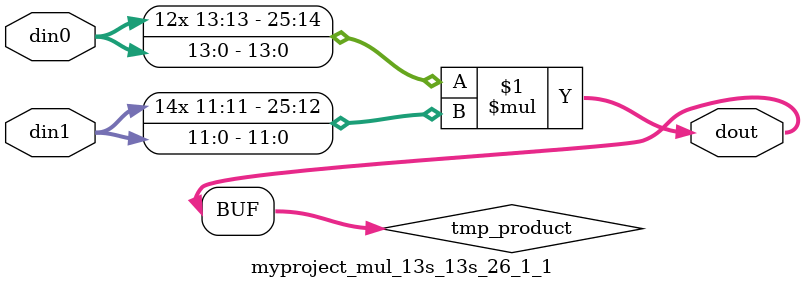
<source format=v>

`timescale 1 ns / 1 ps

  module myproject_mul_13s_13s_26_1_1(din0, din1, dout);
parameter ID = 1;
parameter NUM_STAGE = 0;
parameter din0_WIDTH = 14;
parameter din1_WIDTH = 12;
parameter dout_WIDTH = 26;

input [din0_WIDTH - 1 : 0] din0; 
input [din1_WIDTH - 1 : 0] din1; 
output [dout_WIDTH - 1 : 0] dout;

wire signed [dout_WIDTH - 1 : 0] tmp_product;













assign tmp_product = $signed(din0) * $signed(din1);








assign dout = tmp_product;







endmodule

</source>
